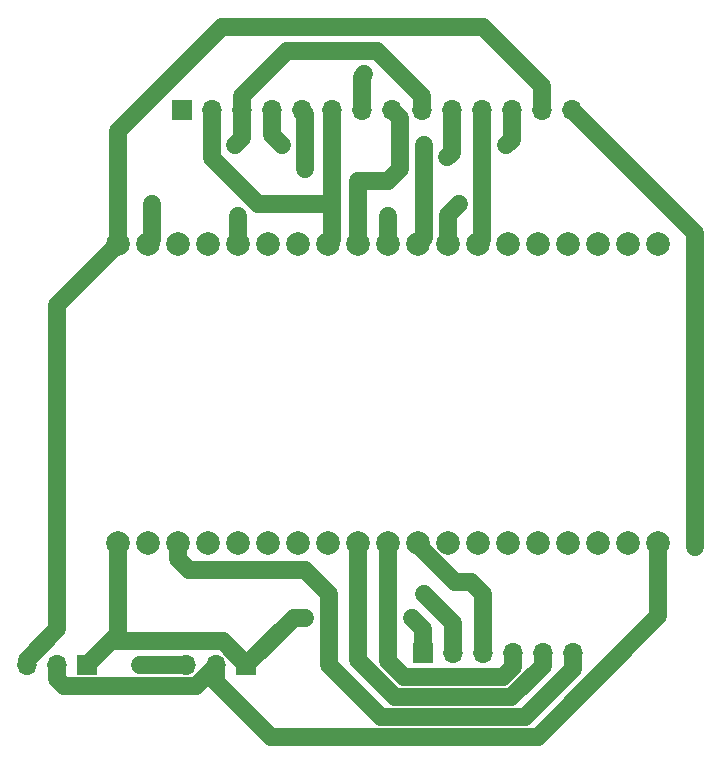
<source format=gbr>
%TF.GenerationSoftware,KiCad,Pcbnew,8.0.3*%
%TF.CreationDate,2025-03-24T19:08:41+01:00*%
%TF.ProjectId,PCB_1_Esp32_Screen,5043425f-315f-4457-9370-33325f536372,rev?*%
%TF.SameCoordinates,Original*%
%TF.FileFunction,Copper,L2,Bot*%
%TF.FilePolarity,Positive*%
%FSLAX46Y46*%
G04 Gerber Fmt 4.6, Leading zero omitted, Abs format (unit mm)*
G04 Created by KiCad (PCBNEW 8.0.3) date 2025-03-24 19:08:41*
%MOMM*%
%LPD*%
G01*
G04 APERTURE LIST*
%TA.AperFunction,ComponentPad*%
%ADD10R,1.700000X1.700000*%
%TD*%
%TA.AperFunction,ComponentPad*%
%ADD11O,1.700000X1.700000*%
%TD*%
%TA.AperFunction,ComponentPad*%
%ADD12C,2.000000*%
%TD*%
%TA.AperFunction,ViaPad*%
%ADD13C,1.200000*%
%TD*%
%TA.AperFunction,Conductor*%
%ADD14C,1.500000*%
%TD*%
G04 APERTURE END LIST*
D10*
%TO.P,J4,1,Pin_1*%
%TO.N,+3.3V*%
X124000000Y-125000000D03*
D11*
%TO.P,J4,2,Pin_2*%
%TO.N,+5V*%
X121460000Y-125000000D03*
%TO.P,J4,3,Pin_3*%
%TO.N,GND*%
X118920000Y-125000000D03*
%TD*%
D10*
%TO.P,J3,1,Pin_1*%
%TO.N,unconnected-(J3-Pin_1-Pad1)*%
X118520000Y-78000000D03*
D11*
%TO.P,J3,2,Pin_2*%
%TO.N,MISO*%
X121060000Y-78000000D03*
%TO.P,J3,3,Pin_3*%
%TO.N,MOSI*%
X123600000Y-78000000D03*
%TO.P,J3,4,Pin_4*%
%TO.N,T_CS*%
X126140000Y-78000000D03*
%TO.P,J3,5,Pin_5*%
%TO.N,SCK*%
X128680000Y-78000000D03*
%TO.P,J3,6,Pin_6*%
%TO.N,MISO*%
X131220000Y-78000000D03*
%TO.P,J3,7,Pin_7*%
%TO.N,LED*%
X133760000Y-78000000D03*
%TO.P,J3,8,Pin_8*%
%TO.N,SCK*%
X136300000Y-78000000D03*
%TO.P,J3,9,Pin_9*%
%TO.N,MOSI*%
X138840000Y-78000000D03*
%TO.P,J3,10,Pin_10*%
%TO.N,DC*%
X141380000Y-78000000D03*
%TO.P,J3,11,Pin_11*%
%TO.N,RESET*%
X143920000Y-78000000D03*
%TO.P,J3,12,Pin_12*%
%TO.N,CS*%
X146460000Y-78000000D03*
%TO.P,J3,13,Pin_13*%
%TO.N,GND*%
X149000000Y-78000000D03*
%TO.P,J3,14,Pin_14*%
%TO.N,+3.3V*%
X151540000Y-78000000D03*
%TD*%
D10*
%TO.P,J2,1,Pin_1*%
%TO.N,+3.3V*%
X110525000Y-125000000D03*
D11*
%TO.P,J2,2,Pin_2*%
%TO.N,+5V*%
X107985000Y-125000000D03*
%TO.P,J2,3,Pin_3*%
%TO.N,GND*%
X105445000Y-125000000D03*
%TD*%
D10*
%TO.P,J1,1,Pin_1*%
%TO.N,+3.3V*%
X138920000Y-124000000D03*
D11*
%TO.P,J1,2,Pin_2*%
%TO.N,GND*%
X141460000Y-124000000D03*
%TO.P,J1,3,Pin_3*%
%TO.N,Trig*%
X144000000Y-124000000D03*
%TO.P,J1,4,Pin_4*%
%TO.N,Clock*%
X146540000Y-124000000D03*
%TO.P,J1,5,Pin_5*%
%TO.N,Data*%
X149080000Y-124000000D03*
%TO.P,J1,6,Pin_6*%
%TO.N,Analog_Pin1*%
X151620000Y-124000000D03*
%TD*%
D12*
%TO.P,ESP32_WROOM_KIT1,1,3v3*%
%TO.N,+3.3V*%
X113140000Y-114650000D03*
%TO.P,ESP32_WROOM_KIT1,2,EN*%
%TO.N,unconnected-(ESP32_WROOM_KIT1-EN-Pad2)*%
X115680000Y-114650000D03*
%TO.P,ESP32_WROOM_KIT1,3,GPIO36*%
%TO.N,Analog_Pin1*%
X118220000Y-114650000D03*
%TO.P,ESP32_WROOM_KIT1,4,GPIO39*%
%TO.N,unconnected-(ESP32_WROOM_KIT1-GPIO39-Pad4)*%
X120760000Y-114650000D03*
%TO.P,ESP32_WROOM_KIT1,5,GPIO34*%
%TO.N,unconnected-(ESP32_WROOM_KIT1-GPIO34-Pad5)*%
X123300000Y-114650000D03*
%TO.P,ESP32_WROOM_KIT1,6,GPIO35*%
%TO.N,unconnected-(ESP32_WROOM_KIT1-GPIO35-Pad6)*%
X125840000Y-114650000D03*
%TO.P,ESP32_WROOM_KIT1,7,GPIO32*%
%TO.N,unconnected-(ESP32_WROOM_KIT1-GPIO32-Pad7)*%
X128380000Y-114650000D03*
%TO.P,ESP32_WROOM_KIT1,8,GPIO33*%
%TO.N,unconnected-(ESP32_WROOM_KIT1-GPIO33-Pad8)*%
X130920000Y-114650000D03*
%TO.P,ESP32_WROOM_KIT1,9,GPIO25*%
%TO.N,Data*%
X133460000Y-114650000D03*
%TO.P,ESP32_WROOM_KIT1,10,GPIO26*%
%TO.N,Clock*%
X136000000Y-114650000D03*
%TO.P,ESP32_WROOM_KIT1,11,GPIO27*%
%TO.N,Trig*%
X138540000Y-114650000D03*
%TO.P,ESP32_WROOM_KIT1,12,GPIO14*%
%TO.N,unconnected-(ESP32_WROOM_KIT1-GPIO14-Pad12)*%
X141080000Y-114650000D03*
%TO.P,ESP32_WROOM_KIT1,13,GPIO12*%
%TO.N,unconnected-(ESP32_WROOM_KIT1-GPIO12-Pad13)*%
X143620000Y-114650000D03*
%TO.P,ESP32_WROOM_KIT1,14,GND*%
%TO.N,unconnected-(ESP32_WROOM_KIT1-GND-Pad14)*%
X146160000Y-114650000D03*
%TO.P,ESP32_WROOM_KIT1,15,GPIO13*%
%TO.N,unconnected-(ESP32_WROOM_KIT1-GPIO13-Pad15)*%
X148700000Y-114650000D03*
%TO.P,ESP32_WROOM_KIT1,16,GPIO9*%
%TO.N,unconnected-(ESP32_WROOM_KIT1-GPIO9-Pad16)*%
X151240000Y-114650000D03*
%TO.P,ESP32_WROOM_KIT1,17,GPIO10*%
%TO.N,unconnected-(ESP32_WROOM_KIT1-GPIO10-Pad17)*%
X153780000Y-114650000D03*
%TO.P,ESP32_WROOM_KIT1,18,GPIO11*%
%TO.N,unconnected-(ESP32_WROOM_KIT1-GPIO11-Pad18)*%
X156320000Y-114650000D03*
%TO.P,ESP32_WROOM_KIT1,19,5V*%
%TO.N,+5V*%
X158860000Y-114650000D03*
%TO.P,ESP32_WROOM_KIT1,20,GPIO6*%
%TO.N,unconnected-(ESP32_WROOM_KIT1-GPIO6-Pad20)*%
X158860000Y-89350000D03*
%TO.P,ESP32_WROOM_KIT1,21,GPIO7*%
%TO.N,unconnected-(ESP32_WROOM_KIT1-GPIO7-Pad21)*%
X156320000Y-89350000D03*
%TO.P,ESP32_WROOM_KIT1,22,GPIO8*%
%TO.N,unconnected-(ESP32_WROOM_KIT1-GPIO8-Pad22)*%
X153780000Y-89350000D03*
%TO.P,ESP32_WROOM_KIT1,23,GPIO15*%
%TO.N,unconnected-(ESP32_WROOM_KIT1-GPIO15-Pad23)*%
X151240000Y-89350000D03*
%TO.P,ESP32_WROOM_KIT1,24*%
%TO.N,N/C*%
X148700000Y-89350000D03*
%TO.P,ESP32_WROOM_KIT1,25,GPIO0*%
%TO.N,unconnected-(ESP32_WROOM_KIT1-GPIO0-Pad25)*%
X146160000Y-89350000D03*
%TO.P,ESP32_WROOM_KIT1,26,GPIO4*%
%TO.N,RESET*%
X143620000Y-89350000D03*
%TO.P,ESP32_WROOM_KIT1,27,GPIO16*%
%TO.N,LED*%
X141080000Y-89350000D03*
%TO.P,ESP32_WROOM_KIT1,28,GPIO17*%
%TO.N,T_CS*%
X138540000Y-89350000D03*
%TO.P,ESP32_WROOM_KIT1,29,GPIO5*%
%TO.N,CS*%
X136000000Y-89350000D03*
%TO.P,ESP32_WROOM_KIT1,30,GPIO18*%
%TO.N,SCK*%
X133460000Y-89350000D03*
%TO.P,ESP32_WROOM_KIT1,31,GPIO19*%
%TO.N,MISO*%
X130920000Y-89350000D03*
%TO.P,ESP32_WROOM_KIT1,32,GND*%
%TO.N,unconnected-(ESP32_WROOM_KIT1-GND-Pad32)*%
X128380000Y-89350000D03*
%TO.P,ESP32_WROOM_KIT1,33,GPIO21*%
%TO.N,unconnected-(ESP32_WROOM_KIT1-GPIO21-Pad33)*%
X125840000Y-89350000D03*
%TO.P,ESP32_WROOM_KIT1,34,GPIO2*%
%TO.N,DC*%
X123300000Y-89350000D03*
%TO.P,ESP32_WROOM_KIT1,35,GPIO1*%
%TO.N,unconnected-(ESP32_WROOM_KIT1-GPIO1-Pad35)*%
X120760000Y-89350000D03*
%TO.P,ESP32_WROOM_KIT1,36,GPIO22*%
%TO.N,unconnected-(ESP32_WROOM_KIT1-GPIO22-Pad36)*%
X118220000Y-89350000D03*
%TO.P,ESP32_WROOM_KIT1,37,GPIO23*%
%TO.N,MOSI*%
X115680000Y-89350000D03*
%TO.P,ESP32_WROOM_KIT1,38,GND*%
%TO.N,GND*%
X113140000Y-89350000D03*
%TD*%
D13*
%TO.N,LED*%
X142000000Y-86000000D03*
X134000000Y-75000000D03*
%TO.N,SCK*%
X133460000Y-84000000D03*
X129000000Y-83000000D03*
%TO.N,DC*%
X123300000Y-87000000D03*
X141000000Y-82000000D03*
%TO.N,CS*%
X146000000Y-81000000D03*
X136000000Y-87000000D03*
%TO.N,T_CS*%
X139000000Y-81000000D03*
X127000000Y-81000000D03*
%TO.N,MOSI*%
X116000000Y-86000000D03*
X123000000Y-81000000D03*
%TO.N,+3.3V*%
X162000000Y-115000000D03*
%TO.N,GND*%
X139000000Y-119000000D03*
X108000000Y-122000000D03*
X115000000Y-125000000D03*
%TO.N,+3.3V*%
X129000000Y-121000000D03*
X138000000Y-121000000D03*
%TD*%
D14*
%TO.N,LED*%
X142000000Y-86000000D02*
X141080000Y-86920000D01*
X141080000Y-86920000D02*
X141080000Y-89350000D01*
X133760000Y-75240000D02*
X133760000Y-78000000D01*
X134000000Y-75000000D02*
X133760000Y-75240000D01*
%TO.N,MOSI*%
X127397919Y-73000000D02*
X123600000Y-76797919D01*
X138840000Y-76797919D02*
X135042081Y-73000000D01*
X135042081Y-73000000D02*
X127397919Y-73000000D01*
X138840000Y-78000000D02*
X138840000Y-76797919D01*
X123600000Y-76797919D02*
X123600000Y-78000000D01*
%TO.N,GND*%
X144000000Y-71000000D02*
X149000000Y-76000000D01*
X149000000Y-76000000D02*
X149000000Y-78000000D01*
X121920000Y-71000000D02*
X144000000Y-71000000D01*
X113140000Y-89350000D02*
X113140000Y-79780000D01*
X113140000Y-79780000D02*
X121920000Y-71000000D01*
%TO.N,SCK*%
X137000000Y-78700000D02*
X136300000Y-78000000D01*
X137000000Y-83000000D02*
X137000000Y-78700000D01*
X136000000Y-84000000D02*
X137000000Y-83000000D01*
X133460000Y-84000000D02*
X136000000Y-84000000D01*
%TO.N,T_CS*%
X139000000Y-88890000D02*
X138540000Y-89350000D01*
X139000000Y-81000000D02*
X139000000Y-88890000D01*
%TO.N,SCK*%
X133460000Y-84000000D02*
X133460000Y-89350000D01*
X129000000Y-78320000D02*
X129000000Y-83000000D01*
X128680000Y-78000000D02*
X129000000Y-78320000D01*
%TO.N,MISO*%
X125000000Y-86000000D02*
X131220000Y-86000000D01*
X121060000Y-82060000D02*
X125000000Y-86000000D01*
X121060000Y-78000000D02*
X121060000Y-82060000D01*
%TO.N,DC*%
X123300000Y-87000000D02*
X123300000Y-89350000D01*
X141380000Y-81620000D02*
X141000000Y-82000000D01*
X141380000Y-78000000D02*
X141380000Y-81620000D01*
%TO.N,CS*%
X146000000Y-81000000D02*
X146460000Y-80540000D01*
X146460000Y-80540000D02*
X146460000Y-78000000D01*
X136000000Y-89350000D02*
X136000000Y-87000000D01*
%TO.N,T_CS*%
X126140000Y-80140000D02*
X127000000Y-81000000D01*
X126140000Y-78000000D02*
X126140000Y-80140000D01*
%TO.N,MOSI*%
X116000000Y-89030000D02*
X115680000Y-89350000D01*
X116000000Y-86000000D02*
X116000000Y-89030000D01*
X123600000Y-80400000D02*
X123000000Y-81000000D01*
X123600000Y-78000000D02*
X123600000Y-80400000D01*
%TO.N,MISO*%
X131220000Y-83000000D02*
X131220000Y-89050000D01*
X131220000Y-78000000D02*
X131220000Y-83000000D01*
X131220000Y-89050000D02*
X130920000Y-89350000D01*
%TO.N,RESET*%
X143920000Y-89050000D02*
X143620000Y-89350000D01*
X143920000Y-78000000D02*
X143920000Y-89050000D01*
%TO.N,+5V*%
X126100000Y-131100000D02*
X121460000Y-126460000D01*
X121460000Y-126460000D02*
X121460000Y-125000000D01*
X158860000Y-120890000D02*
X148650000Y-131100000D01*
X148650000Y-131100000D02*
X126100000Y-131100000D01*
X158860000Y-114650000D02*
X158860000Y-120890000D01*
%TO.N,+3.3V*%
X162000000Y-88460000D02*
X151540000Y-78000000D01*
X162000000Y-115000000D02*
X162000000Y-88460000D01*
%TO.N,GND*%
X141460000Y-121460000D02*
X139000000Y-119000000D01*
X141460000Y-124000000D02*
X141460000Y-121460000D01*
X108000000Y-94490000D02*
X113140000Y-89350000D01*
X108000000Y-122000000D02*
X108000000Y-94490000D01*
%TO.N,+5V*%
X119740000Y-126800000D02*
X121460000Y-125080000D01*
X121460000Y-125080000D02*
X121460000Y-125000000D01*
X107985000Y-126202081D02*
X108582919Y-126800000D01*
X107985000Y-125000000D02*
X107985000Y-126202081D01*
X108582919Y-126800000D02*
X119740000Y-126800000D01*
%TO.N,GND*%
X105445000Y-124555000D02*
X105445000Y-125000000D01*
X108000000Y-122000000D02*
X105445000Y-124555000D01*
X118920000Y-125000000D02*
X115000000Y-125000000D01*
%TO.N,+3.3V*%
X113140000Y-122385000D02*
X112525000Y-123000000D01*
X113140000Y-114650000D02*
X113140000Y-122385000D01*
X112525000Y-123000000D02*
X110525000Y-125000000D01*
X124000000Y-124994415D02*
X122005585Y-123000000D01*
X124000000Y-125000000D02*
X124000000Y-124994415D01*
X122005585Y-123000000D02*
X112525000Y-123000000D01*
X128000000Y-121000000D02*
X124000000Y-125000000D01*
X129000000Y-121000000D02*
X128000000Y-121000000D01*
X138920000Y-121920000D02*
X138000000Y-121000000D01*
X138920000Y-124000000D02*
X138920000Y-121920000D01*
%TO.N,Trig*%
X143000000Y-118000000D02*
X144000000Y-119000000D01*
X141672283Y-118000000D02*
X143000000Y-118000000D01*
X138540000Y-114867717D02*
X141672283Y-118000000D01*
X138540000Y-114650000D02*
X138540000Y-114867717D01*
X144000000Y-119000000D02*
X144000000Y-124000000D01*
%TO.N,Analog_Pin1*%
X118220000Y-116064213D02*
X118220000Y-114650000D01*
X129000000Y-117000000D02*
X119155787Y-117000000D01*
X147600000Y-129400000D02*
X135400000Y-129400000D01*
X151620000Y-125380000D02*
X147600000Y-129400000D01*
X131000000Y-125000000D02*
X131000000Y-119000000D01*
X135400000Y-129400000D02*
X131000000Y-125000000D01*
X119155787Y-117000000D02*
X118220000Y-116064213D01*
X151620000Y-124000000D02*
X151620000Y-125380000D01*
X131000000Y-119000000D02*
X129000000Y-117000000D01*
%TO.N,Data*%
X146446245Y-127700000D02*
X149080000Y-125066245D01*
X136615836Y-127700000D02*
X146446245Y-127700000D01*
X149080000Y-125066245D02*
X149080000Y-124000000D01*
X133460000Y-124544164D02*
X136615836Y-127700000D01*
X133460000Y-114650000D02*
X133460000Y-124544164D01*
%TO.N,Clock*%
X145742081Y-126000000D02*
X146540000Y-125202081D01*
X136000000Y-124680000D02*
X137320000Y-126000000D01*
X137320000Y-126000000D02*
X145742081Y-126000000D01*
X146540000Y-125202081D02*
X146540000Y-124000000D01*
X136000000Y-114650000D02*
X136000000Y-124680000D01*
%TD*%
M02*

</source>
